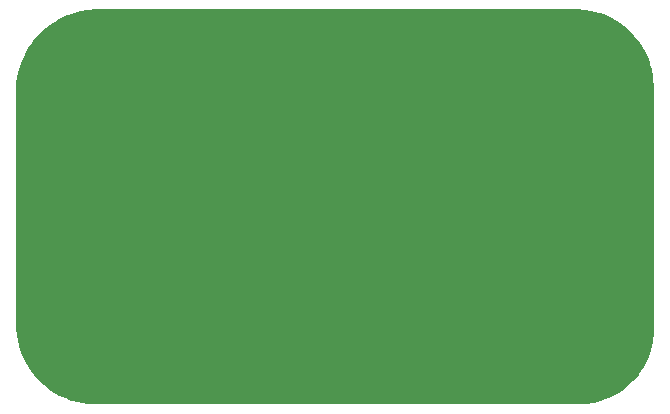
<source format=gbr>
G04 EAGLE Gerber RS-274X export*
G75*
%MOMM*%
%FSLAX34Y34*%
%LPD*%
%INSoldermask Bottom*%
%IPPOS*%
%AMOC8*
5,1,8,0,0,1.08239X$1,22.5*%
G01*
%ADD10C,3.403200*%
%ADD11C,2.133600*%

G36*
X203217Y-167130D02*
X203217Y-167130D01*
X203238Y-167131D01*
X210605Y-166993D01*
X210691Y-166982D01*
X210849Y-166973D01*
X218145Y-165948D01*
X218230Y-165927D01*
X218386Y-165899D01*
X225505Y-164002D01*
X225586Y-163971D01*
X225738Y-163925D01*
X232576Y-161183D01*
X232654Y-161143D01*
X232798Y-161078D01*
X239256Y-157533D01*
X239328Y-157483D01*
X239464Y-157402D01*
X245448Y-153103D01*
X245513Y-153046D01*
X245638Y-152948D01*
X251060Y-147960D01*
X251118Y-147895D01*
X251230Y-147783D01*
X256012Y-142178D01*
X256061Y-142106D01*
X256159Y-141982D01*
X260230Y-135841D01*
X260271Y-135764D01*
X260353Y-135629D01*
X263654Y-129042D01*
X263685Y-128961D01*
X263750Y-128816D01*
X266233Y-121879D01*
X266254Y-121795D01*
X266302Y-121644D01*
X267930Y-114458D01*
X267941Y-114372D01*
X267970Y-114216D01*
X268721Y-106887D01*
X268721Y-106806D01*
X268731Y-106680D01*
X268731Y101600D01*
X268726Y101652D01*
X268728Y101723D01*
X268265Y109377D01*
X268251Y109463D01*
X268236Y109620D01*
X266854Y117163D01*
X266830Y117247D01*
X266795Y117401D01*
X264514Y124722D01*
X264480Y124803D01*
X264427Y124952D01*
X261280Y131945D01*
X261237Y132020D01*
X261166Y132162D01*
X257199Y138724D01*
X257147Y138794D01*
X257060Y138926D01*
X252331Y144962D01*
X252271Y145025D01*
X252168Y145146D01*
X246746Y150568D01*
X246679Y150624D01*
X246562Y150731D01*
X240526Y155460D01*
X240453Y155506D01*
X240324Y155599D01*
X233762Y159566D01*
X233683Y159604D01*
X233545Y159680D01*
X226552Y162827D01*
X226469Y162855D01*
X226322Y162914D01*
X219001Y165195D01*
X218916Y165213D01*
X218763Y165254D01*
X211220Y166636D01*
X211134Y166643D01*
X210977Y166665D01*
X203323Y167128D01*
X203270Y167126D01*
X203200Y167131D01*
X-203200Y167131D01*
X-203267Y167125D01*
X-203361Y167125D01*
X-211465Y166480D01*
X-211550Y166465D01*
X-211708Y166446D01*
X-219675Y164830D01*
X-219758Y164804D01*
X-219912Y164767D01*
X-227626Y162202D01*
X-227705Y162166D01*
X-227854Y162110D01*
X-235203Y158635D01*
X-235277Y158590D01*
X-235418Y158516D01*
X-242294Y154180D01*
X-242363Y154126D01*
X-242493Y154037D01*
X-248797Y148904D01*
X-248858Y148842D01*
X-248977Y148738D01*
X-254616Y142882D01*
X-254670Y142813D01*
X-254775Y142695D01*
X-259667Y136202D01*
X-259712Y136128D01*
X-259803Y135998D01*
X-263876Y128963D01*
X-263913Y128883D01*
X-263986Y128744D01*
X-267183Y121269D01*
X-267209Y121186D01*
X-267265Y121038D01*
X-269537Y113233D01*
X-269553Y113147D01*
X-269591Y112993D01*
X-270906Y104971D01*
X-270912Y104884D01*
X-270931Y104727D01*
X-271270Y96605D01*
X-271267Y96567D01*
X-271271Y96520D01*
X-271271Y-101600D01*
X-271265Y-101667D01*
X-271265Y-101762D01*
X-270639Y-109560D01*
X-270624Y-109646D01*
X-270605Y-109803D01*
X-269044Y-117469D01*
X-269018Y-117552D01*
X-268981Y-117706D01*
X-266507Y-125127D01*
X-266472Y-125206D01*
X-266466Y-125221D01*
X-266442Y-125293D01*
X-266431Y-125313D01*
X-266416Y-125355D01*
X-263066Y-132424D01*
X-263021Y-132499D01*
X-262947Y-132639D01*
X-258770Y-139253D01*
X-258716Y-139322D01*
X-258627Y-139452D01*
X-253682Y-145514D01*
X-253621Y-145576D01*
X-253516Y-145695D01*
X-247877Y-151117D01*
X-247809Y-151170D01*
X-247690Y-151276D01*
X-241439Y-155979D01*
X-241365Y-156024D01*
X-241234Y-156114D01*
X-234462Y-160029D01*
X-234383Y-160065D01*
X-234242Y-160139D01*
X-227047Y-163209D01*
X-226964Y-163235D01*
X-226816Y-163291D01*
X-219303Y-165472D01*
X-219218Y-165488D01*
X-219064Y-165526D01*
X-211343Y-166785D01*
X-211257Y-166791D01*
X-211099Y-166810D01*
X-203283Y-167130D01*
X-203247Y-167127D01*
X-203200Y-167131D01*
X203200Y-167131D01*
X203217Y-167130D01*
G37*
D10*
X-228600Y127000D03*
X228600Y127000D03*
X-228600Y-127000D03*
X228600Y-127000D03*
D11*
X-177800Y-139700D03*
X-177800Y-114300D03*
X-177800Y-88900D03*
X-177800Y-63500D03*
X-177800Y-38100D03*
X-152400Y-139700D03*
X-152400Y-114300D03*
X-152400Y-88900D03*
X-152400Y-63500D03*
X-152400Y-38100D03*
X-127000Y-139700D03*
X-127000Y-114300D03*
X-127000Y-88900D03*
X-127000Y-63500D03*
X-127000Y-38100D03*
X-101600Y-139700D03*
X-101600Y-114300D03*
X-101600Y-88900D03*
X-101600Y-63500D03*
X-101600Y-38100D03*
X-76200Y-139700D03*
X-76200Y-114300D03*
X-76200Y-88900D03*
X-76200Y-63500D03*
X-76200Y-38100D03*
X-50800Y-139700D03*
X-50800Y-114300D03*
X-50800Y-88900D03*
X-50800Y-63500D03*
X-50800Y-38100D03*
X0Y-139700D03*
X0Y-114300D03*
X0Y-88900D03*
X0Y-63500D03*
X0Y-38100D03*
X-25400Y-139700D03*
X-25400Y-114300D03*
X-25400Y-88900D03*
X-25400Y-63500D03*
X-25400Y-38100D03*
X25400Y-139700D03*
X25400Y-114300D03*
X25400Y-88900D03*
X25400Y-63500D03*
X25400Y-38100D03*
X50800Y-139700D03*
X50800Y-114300D03*
X50800Y-88900D03*
X50800Y-63500D03*
X50800Y-38100D03*
X76200Y-139700D03*
X76200Y-114300D03*
X76200Y-88900D03*
X76200Y-63500D03*
X76200Y-38100D03*
X101600Y-139700D03*
X101600Y-114300D03*
X101600Y-88900D03*
X101600Y-63500D03*
X101600Y-38100D03*
X127000Y-139700D03*
X127000Y-114300D03*
X127000Y-88900D03*
X127000Y-63500D03*
X127000Y-38100D03*
X152400Y-139700D03*
X152400Y-114300D03*
X152400Y-88900D03*
X152400Y-63500D03*
X152400Y-38100D03*
X177800Y-139700D03*
X177800Y-114300D03*
X177800Y-88900D03*
X177800Y-63500D03*
X177800Y-38100D03*
X177800Y139700D03*
X177800Y114300D03*
X177800Y88900D03*
X177800Y63500D03*
X177800Y38100D03*
X127000Y139700D03*
X127000Y114300D03*
X127000Y88900D03*
X127000Y63500D03*
X127000Y38100D03*
X152400Y139700D03*
X152400Y114300D03*
X152400Y88900D03*
X152400Y63500D03*
X152400Y38100D03*
X101600Y139700D03*
X101600Y114300D03*
X101600Y88900D03*
X101600Y63500D03*
X101600Y38100D03*
X76200Y139700D03*
X76200Y114300D03*
X76200Y88900D03*
X76200Y63500D03*
X76200Y38100D03*
X25400Y139700D03*
X25400Y114300D03*
X25400Y88900D03*
X25400Y63500D03*
X25400Y38100D03*
X50800Y139700D03*
X50800Y114300D03*
X50800Y88900D03*
X50800Y63500D03*
X50800Y38100D03*
X0Y139700D03*
X0Y114300D03*
X0Y88900D03*
X0Y38100D03*
X0Y63500D03*
X-25400Y139700D03*
X-25400Y114300D03*
X-25400Y88900D03*
X-25400Y63500D03*
X-25400Y38100D03*
X-50800Y139700D03*
X-50800Y114300D03*
X-50800Y88900D03*
X-50800Y63500D03*
X-50800Y38100D03*
X-76200Y139700D03*
X-76200Y114300D03*
X-76200Y88900D03*
X-76200Y63500D03*
X-76200Y38100D03*
X-127000Y139700D03*
X-127000Y114300D03*
X-127000Y88900D03*
X-127000Y63500D03*
X-127000Y38100D03*
X-101600Y139700D03*
X-101600Y114300D03*
X-101600Y88900D03*
X-101600Y63500D03*
X-101600Y38100D03*
X-152400Y139700D03*
X-152400Y114300D03*
X-152400Y88900D03*
X-152400Y63500D03*
X-152400Y38100D03*
X-177800Y139700D03*
X-177800Y114300D03*
X-177800Y88900D03*
X-177800Y63500D03*
X-177800Y38100D03*
X177800Y-12700D03*
X152400Y-12700D03*
X127000Y-12700D03*
X101600Y-12700D03*
X76200Y-12700D03*
X50800Y-12700D03*
X0Y-12700D03*
X25400Y-12700D03*
X-25400Y-12700D03*
X-50800Y-12700D03*
X-76200Y-12700D03*
X-101600Y-12700D03*
X-127000Y-12700D03*
X-152400Y-12700D03*
X-177800Y-12700D03*
X177800Y12700D03*
X152400Y12700D03*
X127000Y12700D03*
X101600Y12700D03*
X76200Y12700D03*
X50800Y12700D03*
X0Y12700D03*
X25400Y12700D03*
X-25400Y12700D03*
X-50800Y12700D03*
X-76200Y12700D03*
X-101600Y12700D03*
X-127000Y12700D03*
X-152400Y12700D03*
X-177800Y12700D03*
X-203200Y88900D03*
X-203200Y63500D03*
X-203200Y38100D03*
X-228600Y38100D03*
X-228600Y63500D03*
X-228600Y88900D03*
X-254000Y88900D03*
X-254000Y63500D03*
X-254000Y38100D03*
X-254000Y12700D03*
X-228600Y12700D03*
X-203200Y12700D03*
X-203200Y-12700D03*
X-228600Y-12700D03*
X-254000Y-12700D03*
X-254000Y-38100D03*
X-228600Y-38100D03*
X-203200Y-38100D03*
X-203200Y-63500D03*
X-228600Y-63500D03*
X-254000Y-63500D03*
X-254000Y-88900D03*
X-228600Y-88900D03*
X-203200Y-88900D03*
X203200Y88900D03*
X203200Y63500D03*
X203200Y38100D03*
X228600Y38100D03*
X228600Y63500D03*
X228600Y88900D03*
X254000Y88900D03*
X254000Y63500D03*
X254000Y38100D03*
X254000Y12700D03*
X254000Y-12700D03*
X254000Y-38100D03*
X254000Y-63500D03*
X254000Y-88900D03*
X228600Y-88900D03*
X203200Y-88900D03*
X228600Y-63500D03*
X203200Y-63500D03*
X203200Y-38100D03*
X228600Y-38100D03*
X228600Y-12700D03*
X203200Y-12700D03*
X203200Y12700D03*
X228600Y12700D03*
M02*

</source>
